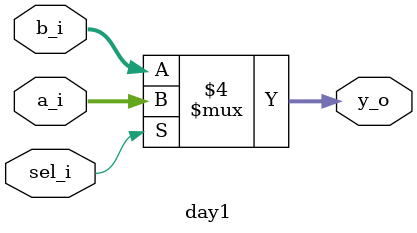
<source format=sv>

module day1 (
  input   wire [7:0]    a_i,
  input   wire [7:0]    b_i,
  input   wire          sel_i,
  output  reg [7:0]    y_o
);
  always @ (*) begin
    if (sel_i==1'b1)
      y_o =  a_i;
    else
      y_o =  b_i;
  end
endmodule

</source>
